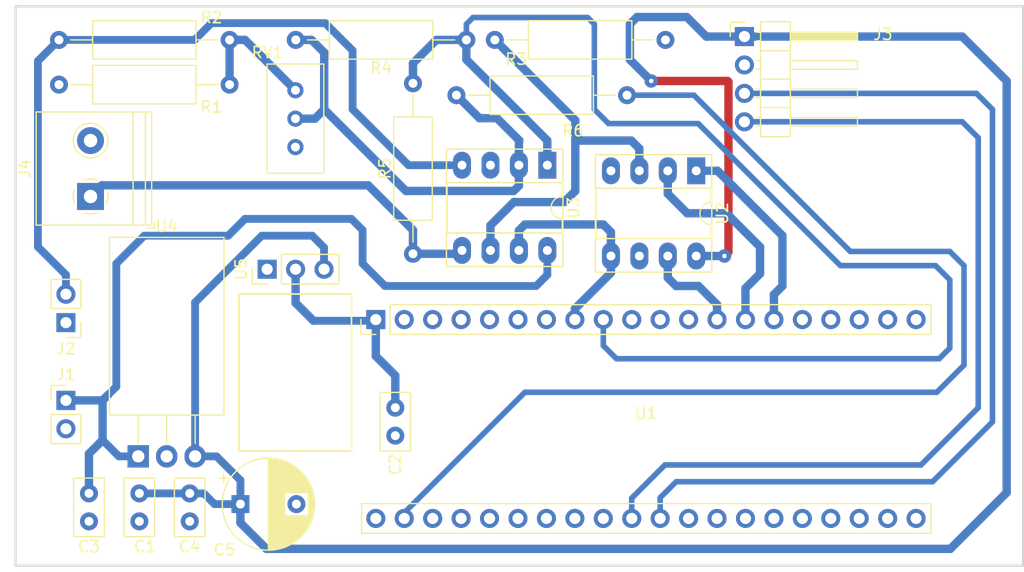
<source format=kicad_pcb>
(kicad_pcb (version 20211014) (generator pcbnew)
  (layers (0 "F.Cu" signal) (31 "B.Cu" signal) (34 "B.Paste" user) (35 "F.Paste" user) (36 "B.SilkS" user "B.Silkscreen") (37 "F.SilkS" user "F.Silkscreen") (38 "B.Mask" user) (39 "F.Mask" user) (44 "Edge.Cuts" user))
  (net 0 "")
  (net 1 "+BATT")
  (net 2 "GND")
  (net 3 "Net-(R1-Pad2)")
  (net 4 "+5V")
  (net 5 "+3.3V")
  (net 6 "-BATT")
  (net 7 "/RX")
  (net 8 "/TX")
  (net 9 "/generated_signal")
  (net 10 "Net-(R3-Pad1)")
  (net 11 "/V_DAC")
  (net 12 "/Signal_i")
  (net 13 "/POT+")
  (net 35 "/POT_U{slash}D")
  (net 36 "/POT_INC")
  (net 37 "/POT_CS")
  (net 41 "/POT_V")
  (footprint "Capacitor_THT:CP_Radial_D8.0mm_P5.00mm" (layer "F.Cu") (at 44.587349 64.5)
    (fp_text reference "C5" (at -1.407349 4.08) (layer "F.SilkS"))
    (fp_text value "100u")
    (pad "1" thru_hole rect (at 0 0) (size 1.6 1.6) (drill 0.8) (layers *.Cu *.Mask) (net 4 "+5V"))
    (pad "2" thru_hole circle (at 5 0) (size 1.6 1.6) (drill 0.8) (layers *.Cu *.Mask) (net 2 "GND"))
  )
  (footprint "Connector_PinHeader_2.54mm:PinHeader_1x02_P2.54mm_Vertical" (layer "F.Cu") (at 29 55.225)
    (fp_text reference "J1" (at 0 -2.33) (layer "F.SilkS"))
    (fp_text value "Batt1")
    (pad "1" thru_hole rect (at 0 0) (size 1.7 1.7) (drill 1) (layers *.Cu *.Mask) (net 1 "+BATT"))
    (pad "2" thru_hole oval (at 0 2.54) (size 1.7 1.7) (drill 1) (layers *.Cu *.Mask) (net 2 "GND"))
  )
  (footprint "Capacitor_THT:C_Disc_D5.0mm_W2.5mm_P2.50mm" (layer "F.Cu") (at 35.56 63.54 -90)
    (fp_text reference "C1" (at 4.75 -0.5 180) (layer "F.SilkS"))
    (fp_text value "100n")
    (pad "1" thru_hole circle (at 0 0 270) (size 1.6 1.6) (drill 0.8) (layers *.Cu *.Mask) (net 4 "+5V"))
    (pad "2" thru_hole circle (at 2.5 0 270) (size 1.6 1.6) (drill 0.8) (layers *.Cu *.Mask) (net 2 "GND"))
  )
  (footprint "Potentiometer_THT:Potentiometer_Bourns_3386C_Horizontal" (layer "F.Cu") (at 49.5 27.5)
    (fp_text reference "RV1" (at -2.51 -3.37) (layer "F.SilkS"))
    (fp_text value "50k")
    (pad "1" thru_hole circle (at 0 0) (size 1.44 1.44) (drill 0.8) (layers *.Cu *.Mask) (net 3 "Net-(R1-Pad2)"))
    (pad "2" thru_hole circle (at 0 2.54) (size 1.44 1.44) (drill 0.8) (layers *.Cu *.Mask) (net 10 "Net-(R3-Pad1)"))
    (pad "3" thru_hole circle (at 0 5.08) (size 1.44 1.44) (drill 0.8) (layers *.Cu *.Mask) (net 2 "GND"))
  )
  (footprint "TerminalBlock_Philmore:TerminalBlock_Philmore_TB132_1x02_P5.00mm_Horizontal" (layer "F.Cu") (at 31.2 37 90)
    (fp_text reference "J4" (at 2.5 -5.86 90) (layer "F.SilkS"))
    (fp_text value "Load_terminal")
    (pad "1" thru_hole rect (at 0 0 90) (size 2.4 2.4) (drill 1.2) (layers *.Cu *.Mask) (net 9 "/generated_signal"))
    (pad "2" thru_hole circle (at 5 0 90) (size 2.4 2.4) (drill 1.2) (layers *.Cu *.Mask) (net 2 "GND"))
  )
  (footprint "Resistor_THT:R_Axial_DIN0309_L9.0mm_D3.2mm_P15.24mm_Horizontal" (layer "F.Cu") (at 60 26.88 -90)
    (fp_text reference "R5" (at 7.62 2.5 90) (layer "F.SilkS"))
    (fp_text value "560")
    (pad "1" thru_hole circle (at 0 0 270) (size 1.6 1.6) (drill 0.8) (layers *.Cu *.Mask) (net 12 "/Signal_i"))
    (pad "2" thru_hole oval (at 15.24 0 270) (size 1.6 1.6) (drill 0.8) (layers *.Cu *.Mask) (net 9 "/generated_signal"))
  )
  (footprint "RLC_meter:LPC845" (layer "F.Cu") (at 80.81 56.89)
    (fp_text reference "U1" (at 0 -0.5 unlocked) (layer "F.SilkS"))
    (fp_text value "LPC845")
    (pad "1" thru_hole circle (at -24.13 8.89 90) (size 1.7 1.7) (drill 1) (layers *.Cu *.Mask))
    (pad "2" thru_hole oval (at -21.59 8.89 90) (size 1.7 1.7) (drill 1) (layers *.Cu *.Mask) (net 11 "/V_DAC"))
    (pad "3" thru_hole oval (at -19.05 8.89 90) (size 1.7 1.7) (drill 1) (layers *.Cu *.Mask))
    (pad "4" thru_hole oval (at -16.51 8.89 90) (size 1.7 1.7) (drill 1) (layers *.Cu *.Mask))
    (pad "5" thru_hole oval (at -13.97 8.89 90) (size 1.7 1.7) (drill 1) (layers *.Cu *.Mask))
    (pad "6" thru_hole oval (at -11.43 8.89 90) (size 1.7 1.7) (drill 1) (layers *.Cu *.Mask))
    (pad "7" thru_hole oval (at -8.89 8.89 90) (size 1.7 1.7) (drill 1) (layers *.Cu *.Mask))
    (pad "8" thru_hole oval (at -6.35 8.89 90) (size 1.7 1.7) (drill 1) (layers *.Cu *.Mask))
    (pad "9" thru_hole oval (at -3.81 8.89 90) (size 1.7 1.7) (drill 1) (layers *.Cu *.Mask))
    (pad "10" thru_hole oval (at -1.27 8.89 90) (size 1.7 1.7) (drill 1) (layers *.Cu *.Mask) (net 8 "/TX"))
    (pad "11" thru_hole oval (at 1.27 8.89 90) (size 1.7 1.7) (drill 1) (layers *.Cu *.Mask) (net 7 "/RX"))
    (pad "12" thru_hole oval (at 3.81 8.89 90) (size 1.7 1.7) (drill 1) (layers *.Cu *.Mask))
    (pad "13" thru_hole oval (at 6.35 8.89 90) (size 1.7 1.7) (drill 1) (layers *.Cu *.Mask))
    (pad "14" thru_hole oval (at 8.89 8.89 90) (size 1.7 1.7) (drill 1) (layers *.Cu *.Mask))
    (pad "15" thru_hole oval (at 11.43 8.89 90) (size 1.7 1.7) (drill 1) (layers *.Cu *.Mask))
    (pad "16" thru_hole oval (at 13.97 8.89 90) (size 1.7 1.7) (drill 1) (layers *.Cu *.Mask))
    (pad "17" thru_hole oval (at 16.51 8.89 90) (size 1.7 1.7) (drill 1) (layers *.Cu *.Mask))
    (pad "18" thru_hole oval (at 19.05 8.89 90) (size 1.7 1.7) (drill 1) (layers *.Cu *.Mask))
    (pad "19" thru_hole oval (at 21.59 8.89 90) (size 1.7 1.7) (drill 1) (layers *.Cu *.Mask))
    (pad "20" thru_hole oval (at 24.13 8.89 90) (size 1.7 1.7) (drill 1) (layers *.Cu *.Mask) (net 2 "GND"))
    (pad "21" thru_hole oval (at 24.13 -8.89 90) (size 1.7 1.7) (drill 1) (layers *.Cu *.Mask))
    (pad "22" thru_hole oval (at 21.59 -8.89 90) (size 1.7 1.7) (drill 1) (layers *.Cu *.Mask))
    (pad "23" thru_hole oval (at 19.05 -8.89 90) (size 1.7 1.7) (drill 1) (layers *.Cu *.Mask))
    (pad "24" thru_hole oval (at 16.51 -8.89 90) (size 1.7 1.7) (drill 1) (layers *.Cu *.Mask))
    (pad "25" thru_hole oval (at 13.97 -8.89 90) (size 1.7 1.7) (drill 1) (layers *.Cu *.Mask))
    (pad "26" thru_hole oval (at 11.43 -8.89 90) (size 1.7 1.7) (drill 1) (layers *.Cu *.Mask) (net 36 "/POT_INC"))
    (pad "27" thru_hole oval (at 8.89 -8.89 90) (size 1.7 1.7) (drill 1) (layers *.Cu *.Mask) (net 35 "/POT_U{slash}D"))
    (pad "28" thru_hole oval (at 6.35 -8.89 90) (size 1.7 1.7) (drill 1) (layers *.Cu *.Mask) (net 37 "/POT_CS"))
    (pad "29" thru_hole oval (at 3.81 -8.89 90) (size 1.7 1.7) (drill 1) (layers *.Cu *.Mask))
    (pad "30" thru_hole oval (at 1.27 -8.89 90) (size 1.7 1.7) (drill 1) (layers *.Cu *.Mask))
    (pad "31" thru_hole oval (at -1.27 -8.89 90) (size 1.7 1.7) (drill 1) (layers *.Cu *.Mask))
    (pad "32" thru_hole oval (at -3.81 -8.89 90) (size 1.7 1.7) (drill 1) (layers *.Cu *.Mask) (net 12 "/Signal_i"))
    (pad "33" thru_hole oval (at -6.35 -8.89 90) (size 1.7 1.7) (drill 1) (layers *.Cu *.Mask) (net 41 "/POT_V"))
    (pad "34" thru_hole oval (at -8.89 -8.89 90) (size 1.7 1.7) (drill 1) (layers *.Cu *.Mask))
    (pad "35" thru_hole oval (at -11.43 -8.89 90) (size 1.7 1.7) (drill 1) (layers *.Cu *.Mask))
    (pad "36" thru_hole oval (at -13.97 -8.89 90) (size 1.7 1.7) (drill 1) (layers *.Cu *.Mask))
    (pad "37" thru_hole oval (at -16.51 -8.89 90) (size 1.7 1.7) (drill 1) (layers *.Cu *.Mask))
    (pad "38" thru_hole oval (at -19.05 -8.89 90) (size 1.7 1.7) (drill 1) (layers *.Cu *.Mask))
    (pad "39" thru_hole oval (at -21.59 -8.89 90) (size 1.7 1.7) (drill 1) (layers *.Cu *.Mask))
    (pad "40" thru_hole rect (at -24.13 -8.89 90) (size 1.7 1.7) (drill 1) (layers *.Cu *.Mask) (net 5 "+3.3V"))
  )
  (footprint "Connector_PinHeader_2.54mm:PinHeader_1x04_P2.54mm_Horizontal" (layer "F.Cu") (at 89.605 22.7)
    (fp_text reference "J3" (at 12.375 -0.2) (layer "F.SilkS"))
    (fp_text value "HC05")
    (pad "1" thru_hole rect (at 0 0) (size 1.7 1.7) (drill 1) (layers *.Cu *.Mask) (net 4 "+5V"))
    (pad "2" thru_hole oval (at 0 2.54) (size 1.7 1.7) (drill 1) (layers *.Cu *.Mask) (net 2 "GND"))
    (pad "3" thru_hole oval (at 0 5.08) (size 1.7 1.7) (drill 1) (layers *.Cu *.Mask) (net 7 "/RX"))
    (pad "4" thru_hole oval (at 0 7.62) (size 1.7 1.7) (drill 1) (layers *.Cu *.Mask) (net 8 "/TX"))
  )
  (footprint "Package_DIP:DIP-8_W7.62mm_Socket_LongPads" (layer "F.Cu") (at 85.3 34.7 -90)
    (fp_text reference "U2" (at 3.81 -2.33 90) (layer "F.SilkS"))
    (fp_text value "X9Cxxx")
    (pad "1" thru_hole rect (at 0 0 270) (size 2.4 1.6) (drill 0.8) (layers *.Cu *.Mask) (net 36 "/POT_INC"))
    (pad "2" thru_hole oval (at 0 2.54 270) (size 2.4 1.6) (drill 0.8) (layers *.Cu *.Mask) (net 35 "/POT_U{slash}D"))
    (pad "3" thru_hole oval (at 0 5.08 270) (size 2.4 1.6) (drill 0.8) (layers *.Cu *.Mask) (net 13 "/POT+"))
    (pad "4" thru_hole oval (at 0 7.62 270) (size 2.4 1.6) (drill 0.8) (layers *.Cu *.Mask) (net 2 "GND"))
    (pad "5" thru_hole oval (at 7.62 7.62 270) (size 2.4 1.6) (drill 0.8) (layers *.Cu *.Mask) (net 41 "/POT_V"))
    (pad "6" thru_hole oval (at 7.62 5.08 270) (size 2.4 1.6) (drill 0.8) (layers *.Cu *.Mask) (net 2 "GND"))
    (pad "7" thru_hole oval (at 7.62 2.54 270) (size 2.4 1.6) (drill 0.8) (layers *.Cu *.Mask) (net 37 "/POT_CS"))
    (pad "8" thru_hole oval (at 7.62 0 270) (size 2.4 1.6) (drill 0.8) (layers *.Cu *.Mask) (net 4 "+5V"))
  )
  (footprint "Resistor_THT:R_Axial_DIN0309_L9.0mm_D3.2mm_P15.24mm_Horizontal" (layer "F.Cu") (at 82.55 23 180)
    (fp_text reference "R6" (at 8.255 -8.115) (layer "F.SilkS"))
    (fp_text value "560")
    (pad "1" thru_hole circle (at 0 0 180) (size 1.6 1.6) (drill 0.8) (layers *.Cu *.Mask) (net 2 "GND"))
    (pad "2" thru_hole oval (at 15.24 0 180) (size 1.6 1.6) (drill 0.8) (layers *.Cu *.Mask) (net 13 "/POT+"))
  )
  (footprint "Resistor_THT:R_Axial_DIN0309_L9.0mm_D3.2mm_P15.24mm_Horizontal" (layer "F.Cu") (at 28.38 27)
    (fp_text reference "R1" (at 13.62 2) (layer "F.SilkS"))
    (fp_text value "150k")
    (pad "1" thru_hole circle (at 0 0) (size 1.6 1.6) (drill 0.8) (layers *.Cu *.Mask) (net 2 "GND"))
    (pad "2" thru_hole oval (at 15.24 0) (size 1.6 1.6) (drill 0.8) (layers *.Cu *.Mask) (net 3 "Net-(R1-Pad2)"))
  )
  (footprint "Resistor_THT:R_Axial_DIN0309_L9.0mm_D3.2mm_P15.24mm_Horizontal" (layer "F.Cu") (at 43.62 23 180)
    (fp_text reference "R2" (at 1.62 2) (layer "F.SilkS"))
    (fp_text value "220k")
    (pad "1" thru_hole circle (at 0 0 180) (size 1.6 1.6) (drill 0.8) (layers *.Cu *.Mask) (net 3 "Net-(R1-Pad2)"))
    (pad "2" thru_hole oval (at 15.24 0 180) (size 1.6 1.6) (drill 0.8) (layers *.Cu *.Mask) (net 6 "-BATT"))
  )
  (footprint "Connector_PinHeader_2.54mm:PinHeader_1x02_P2.54mm_Vertical" (layer "F.Cu") (at 29 48.275 180)
    (fp_text reference "J2" (at 0 -2.33) (layer "F.SilkS"))
    (fp_text value "Batt2")
    (pad "1" thru_hole rect (at 0 0 180) (size 1.7 1.7) (drill 1) (layers *.Cu *.Mask) (net 2 "GND"))
    (pad "2" thru_hole oval (at 0 2.54 180) (size 1.7 1.7) (drill 1) (layers *.Cu *.Mask) (net 6 "-BATT"))
  )
  (footprint "Resistor_THT:R_Axial_DIN0309_L9.0mm_D3.2mm_P15.24mm_Horizontal" (layer "F.Cu") (at 49.53 23)
    (fp_text reference "R4" (at 7.62 2.5) (layer "F.SilkS"))
    (fp_text value "100k")
    (pad "1" thru_hole circle (at 0 0) (size 1.6 1.6) (drill 0.8) (layers *.Cu *.Mask) (net 10 "Net-(R3-Pad1)"))
    (pad "2" thru_hole oval (at 15.24 0) (size 1.6 1.6) (drill 0.8) (layers *.Cu *.Mask) (net 12 "/Signal_i"))
  )
  (footprint "Resistor_THT:R_Axial_DIN0309_L9.0mm_D3.2mm_P15.24mm_Horizontal" (layer "F.Cu") (at 63.88 27.94)
    (fp_text reference "R3" (at 5.335 -3.22) (layer "F.SilkS"))
    (fp_text value "100k")
    (pad "1" thru_hole circle (at 0 0) (size 1.6 1.6) (drill 0.8) (layers *.Cu *.Mask) (net 10 "Net-(R3-Pad1)"))
    (pad "2" thru_hole oval (at 15.24 0) (size 1.6 1.6) (drill 0.8) (layers *.Cu *.Mask) (net 11 "/V_DAC"))
  )
  (footprint "Capacitor_THT:C_Disc_D5.0mm_W2.5mm_P2.50mm" (layer "F.Cu") (at 31.06 63.54 -90)
    (fp_text reference "C3" (at 4.75 0 180) (layer "F.SilkS"))
    (fp_text value "100n")
    (pad "1" thru_hole circle (at 0 0 270) (size 1.6 1.6) (drill 0.8) (layers *.Cu *.Mask) (net 1 "+BATT"))
    (pad "2" thru_hole circle (at 2.5 0 270) (size 1.6 1.6) (drill 0.8) (layers *.Cu *.Mask) (net 2 "GND"))
  )
  (footprint "Package_DIP:DIP-8_W7.62mm_Socket_LongPads" (layer "F.Cu") (at 72 34.2 -90)
    (fp_text reference "U3" (at 3.81 -2.33 90) (layer "F.SilkS"))
    (fp_text value "MC33202")
    (pad "1" thru_hole rect (at 0 0 270) (size 2.4 1.6) (drill 0.8) (layers *.Cu *.Mask) (net 12 "/Signal_i"))
    (pad "2" thru_hole oval (at 0 2.54 270) (size 2.4 1.6) (drill 0.8) (layers *.Cu *.Mask) (net 10 "Net-(R3-Pad1)"))
    (pad "3" thru_hole oval (at 0 5.08 270) (size 2.4 1.6) (drill 0.8) (layers *.Cu *.Mask) (net 2 "GND"))
    (pad "4" thru_hole oval (at 0 7.62 270) (size 2.4 1.6) (drill 0.8) (layers *.Cu *.Mask) (net 6 "-BATT"))
    (pad "5" thru_hole oval (at 7.62 7.62 270) (size 2.4 1.6) (drill 0.8) (layers *.Cu *.Mask) (net 9 "/generated_signal"))
    (pad "6" thru_hole oval (at 7.62 5.08 270) (size 2.4 1.6) (drill 0.8) (layers *.Cu *.Mask) (net 13 "/POT+"))
    (pad "7" thru_hole oval (at 7.62 2.54 270) (size 2.4 1.6) (drill 0.8) (layers *.Cu *.Mask) (net 41 "/POT_V"))
    (pad "8" thru_hole oval (at 7.62 0 270) (size 2.4 1.6) (drill 0.8) (layers *.Cu *.Mask) (net 1 "+BATT"))
  )
  (footprint "Capacitor_THT:C_Disc_D5.0mm_W2.5mm_P2.50mm" (layer "F.Cu") (at 40.06 63.54 -90)
    (fp_text reference "C4" (at 4.75 0 180) (layer "F.SilkS"))
    (fp_text value "100n")
    (pad "1" thru_hole circle (at 0 0 270) (size 1.6 1.6) (drill 0.8) (layers *.Cu *.Mask) (net 4 "+5V"))
    (pad "2" thru_hole circle (at 2.5 0 270) (size 1.6 1.6) (drill 0.8) (layers *.Cu *.Mask) (net 2 "GND"))
  )
  (footprint "Package_TO_SOT_THT:TO-220-3_Horizontal_TabDown" (layer "F.Cu") (at 35.46 60.23)
    (fp_text reference "U4" (at 2.54 -20.58) (layer "F.SilkS"))
    (fp_text value "L7805")
    (pad "" np_thru_hole oval (at 2.54 -16.66) (size 3.5 3.5) (drill 3.5) (layers *.Cu *.Mask))
    (pad "1" thru_hole rect (at 0 0) (size 1.905 2) (drill 1.1) (layers *.Cu *.Mask) (net 1 "+BATT"))
    (pad "2" thru_hole oval (at 2.54 0) (size 1.905 2) (drill 1.1) (layers *.Cu *.Mask) (net 2 "GND"))
    (pad "3" thru_hole oval (at 5.08 0) (size 1.905 2) (drill 1.1) (layers *.Cu *.Mask) (net 4 "+5V"))
  )
  (footprint "Capacitor_THT:C_Disc_D5.0mm_W2.5mm_P2.50mm" (layer "F.Cu") (at 58.42 55.88 -90)
    (fp_text reference "C2" (at 5.08 0 90) (layer "F.SilkS"))
    (fp_text value "100n")
    (pad "1" thru_hole circle (at 0 0 270) (size 1.6 1.6) (drill 0.8) (layers *.Cu *.Mask) (net 5 "+3.3V"))
    (pad "2" thru_hole circle (at 2.5 0 270) (size 1.6 1.6) (drill 0.8) (layers *.Cu *.Mask) (net 2 "GND"))
  )
  (footprint "Connector_PinHeader_2.54mm:PinHeader_1x03_P2.54mm_Vertical" (layer "F.Cu") (at 46.975 43.5 90)
    (fp_text reference "U5" (at 0 -2.33 90) (layer "F.SilkS"))
    (fp_text value "AMS1117-3.3")
    (pad "1" thru_hole rect (at 0 0 90) (size 1.7 1.7) (drill 1) (layers *.Cu *.Mask) (net 2 "GND"))
    (pad "2" thru_hole oval (at 0 2.54 90) (size 1.7 1.7) (drill 1) (layers *.Cu *.Mask) (net 5 "+3.3V"))
    (pad "3" thru_hole oval (at 0 5.08 90) (size 1.7 1.7) (drill 1) (layers *.Cu *.Mask) (net 4 "+5V"))
  )
  (gr_rect (start 44.45 45.72) (end 54.51 59.75) (layer "F.SilkS") (width 0.15) (fill none))
  (gr_line (start 114.5 20) (end 24.5 20) (layer "Edge.Cuts") (width 0.2))
  (gr_line (start 24.5 20) (end 24.5 70) (layer "Edge.Cuts") (width 0.2))
  (gr_line (start 114.5 70) (end 114.5 20) (layer "Edge.Cuts") (width 0.2))
  (gr_line (start 24.5 70) (end 114.5 70) (layer "Edge.Cuts") (width 0.2))
  (segment (start 54.5 39) (end 45 39) (width 0.7) (layer "B.Cu") (net 1))
  (segment (start 33.5 43) (end 33.5 54) (width 0.7) (layer "B.Cu") (net 1))
  (segment (start 32.275 58.775) (end 31.06 59.99) (width 0.75) (layer "B.Cu") (net 1))
  (segment (start 32.275 55.225) (end 32.775 54.725) (width 0.75) (layer "B.Cu") (net 1))
  (segment (start 36 40.5) (end 33.5 43) (width 0.7) (layer "B.Cu") (net 1))
  (segment (start 55.5 43) (end 55.5 40) (width 0.7) (layer "B.Cu") (net 1))
  (segment (start 57.5 45) (end 55.5 43) (width 0.7) (layer "B.Cu") (net 1))
  (segment (start 31.06 59.99) (end 31.06 63.54) (width 0.75) (layer "B.Cu") (net 1))
  (segment (start 45 39) (end 43.5 40.5) (width 0.7) (layer "B.Cu") (net 1))
  (segment (start 55.5 40) (end 54.5 39) (width 0.7) (layer "B.Cu") (net 1))
  (segment (start 71 45) (end 57.5 45) (width 0.7) (layer "B.Cu") (net 1))
  (segment (start 32.5 55) (end 32.275 55.225) (width 0.75) (layer "B.Cu") (net 1))
  (segment (start 43.5 40.5) (end 36 40.5) (width 0.7) (layer "B.Cu") (net 1))
  (segment (start 33.73 60.23) (end 32.275 58.775) (width 0.7) (layer "B.Cu") (net 1))
  (segment (start 33.73 60.23) (end 35.46 60.23) (width 0.7) (layer "B.Cu") (net 1))
  (segment (start 33.5 54) (end 32.775 54.725) (width 0.7) (layer "B.Cu") (net 1))
  (segment (start 29 55.225) (end 32.275 55.225) (width 0.75) (layer "B.Cu") (net 1))
  (segment (start 32.275 55.225) (end 32.275 58.775) (width 0.75) (layer "B.Cu") (net 1))
  (segment (start 72 43.12) (end 72 44) (width 0.7) (layer "B.Cu") (net 1))
  (segment (start 72 44) (end 71 45) (width 0.7) (layer "B.Cu") (net 1))
  (segment (start 43.62 23) (end 45 23) (width 0.75) (layer "B.Cu") (net 3))
  (segment (start 43.62 27) (end 43.62 23) (width 0.75) (layer "B.Cu") (net 3))
  (segment (start 45 23) (end 49.5 27.5) (width 0.75) (layer "B.Cu") (net 3))
  (segment (start 87.82 42.32) (end 88.18 41.96) (width 0.75) (layer "F.Cu") (net 4))
  (segment (start 88.18 26.755) (end 88.095 26.67) (width 0.75) (layer "F.Cu") (net 4))
  (segment (start 88.095 26.67) (end 81.28 26.67) (width 0.75) (layer "F.Cu") (net 4))
  (segment (start 88.18 41.96) (end 88.18 26.755) (width 0.75) (layer "F.Cu") (net 4))
  (via (at 81.28 26.67) (size 1.2) (drill 0.4) (layers "F.Cu" "B.Cu") (net 4))
  (via (at 87.82 42.32) (size 1.2) (drill 0.4) (layers "F.Cu" "B.Cu") (net 4))
  (segment (start 40.54 60.23) (end 40.54 46.46) (width 0.7) (layer "B.Cu") (net 4))
  (segment (start 35.56 63.54) (end 41.31 63.54) (width 0.7) (layer "B.Cu") (net 4))
  (segment (start 41.31 63.54) (end 42.27 64.5) (width 0.7) (layer "B.Cu") (net 4))
  (segment (start 79.375 21.59) (end 80.01 20.955) (width 0.75) (layer "B.Cu") (net 4))
  (segment (start 109.06 22.7) (end 113.03 26.67) (width 0.75) (layer "B.Cu") (net 4))
  (segment (start 42.27 64.5) (end 44.587349 64.5) (width 0.7) (layer "B.Cu") (net 4))
  (segment (start 52.055 41.555) (end 52.055 43.5) (width 0.7) (layer "B.Cu") (net 4))
  (segment (start 40.54 46.46) (end 46.5 40.5) (width 0.7) (layer "B.Cu") (net 4))
  (segment (start 42.45 60.23) (end 40.54 60.23) (width 0.7) (layer "B.Cu") (net 4))
  (segment (start 81.28 26.67) (end 79.375 24.765) (width 0.75) (layer "B.Cu") (net 4))
  (segment (start 51 40.5) (end 52.055 41.555) (width 0.7) (layer "B.Cu") (net 4))
  (segment (start 42.45 60.23) (end 44.587349 62.367349) (width 0.7) (layer "B.Cu") (net 4))
  (segment (start 44.587349 62.367349) (end 44.587349 64.5) (width 0.7) (layer "B.Cu") (net 4))
  (segment (start 108 68.5) (end 46.91 68.5) (width 0.75) (layer "B.Cu") (net 4))
  (segment (start 113.03 26.67) (end 113.03 63.47) (width 0.75) (layer "B.Cu") (net 4))
  (segment (start 86.2 22.7) (end 109.06 22.7) (width 0.75) (layer "B.Cu") (net 4))
  (segment (start 113.03 63.47) (end 108 68.5) (width 0.75) (layer "B.Cu") (net 4))
  (segment (start 84.455 20.955) (end 86.2 22.7) (width 0.75) (layer "B.Cu") (net 4))
  (segment (start 46.5 40.5) (end 51 40.5) (width 0.7) (layer "B.Cu") (net 4))
  (segment (start 46.91 68.5) (end 44.587349 66.177349) (width 0.75) (layer "B.Cu") (net 4))
  (segment (start 87.82 42.32) (end 85.3 42.32) (width 0.75) (layer "B.Cu") (net 4))
  (segment (start 44.587349 66.177349) (end 44.587349 64.5) (width 0.75) (layer "B.Cu") (net 4))
  (segment (start 79.375 24.765) (end 79.375 21.59) (width 0.75) (layer "B.Cu") (net 4))
  (segment (start 80.01 20.955) (end 84.455 20.955) (width 0.75) (layer "B.Cu") (net 4))
  (segment (start 49.515 45.985) (end 49.515 43.5) (width 0.75) (layer "B.Cu") (net 5))
  (segment (start 51.11 48.11) (end 56.57 48.11) (width 0.7) (layer "B.Cu") (net 5))
  (segment (start 49.515 45.985) (end 49.515 46.515) (width 0.75) (layer "B.Cu") (net 5))
  (segment (start 56.68 51.27) (end 58.42 53.01) (width 0.75) (layer "B.Cu") (net 5))
  (segment (start 56.57 48.11) (end 56.68 48) (width 0.7) (layer "B.Cu") (net 5))
  (segment (start 56.68 51.27) (end 56.68 48) (width 0.75) (layer "B.Cu") (net 5))
  (segment (start 58.42 53.01) (end 58.42 55.88) (width 0.75) (layer "B.Cu") (net 5))
  (segment (start 49.515 46.515) (end 51.11 48.11) (width 0.75) (layer "B.Cu") (net 5))
  (segment (start 42 21.5) (end 52.16 21.5) (width 0.7) (layer "B.Cu") (net 6))
  (segment (start 29 44) (end 26.5 41.5) (width 0.7) (layer "B.Cu") (net 6))
  (segment (start 28.38 23) (end 40.5 23) (width 0.7) (layer "B.Cu") (net 6))
  (segment (start 52.16 21.5) (end 54.61 23.95) (width 0.7) (layer "B.Cu") (net 6))
  (segment (start 29 45.735) (end 29 44) (width 0.7) (layer "B.Cu") (net 6))
  (segment (start 54.61 29.21) (end 59.6 34.2) (width 0.7) (layer "B.Cu") (net 6))
  (segment (start 40.5 23) (end 42 21.5) (width 0.7) (layer "B.Cu") (net 6))
  (segment (start 54.61 23.95) (end 54.61 29.21) (width 0.7) (layer "B.Cu") (net 6))
  (segment (start 26.5 24.88) (end 28.38 23) (width 0.7) (layer "B.Cu") (net 6))
  (segment (start 26.5 41.5) (end 26.5 24.88) (width 0.7) (layer "B.Cu") (net 6))
  (segment (start 59.6 34.2) (end 64.38 34.2) (width 0.7) (layer "B.Cu") (net 6))
  (segment (start 82.08 65.78) (end 82.08 63.92) (width 0.5) (layer "B.Cu") (net 7))
  (segment (start 82.08 63.92) (end 83.5 62.5) (width 0.5) (layer "B.Cu") (net 7))
  (segment (start 111.76 29.21) (end 110.33 27.78) (width 0.5) (layer "B.Cu") (net 7))
  (segment (start 111.76 57.15) (end 111.76 29.21) (width 0.5) (layer "B.Cu") (net 7))
  (segment (start 110.33 27.78) (end 89.605 27.78) (width 0.5) (layer "B.Cu") (net 7))
  (segment (start 83.5 62.5) (end 106.41 62.5) (width 0.5) (layer "B.Cu") (net 7))
  (segment (start 106.41 62.5) (end 111.76 57.15) (width 0.5) (layer "B.Cu") (net 7))
  (segment (start 79.54 63.96) (end 79.54 65.78) (width 0.5) (layer "B.Cu") (net 8))
  (segment (start 110.49 31.75) (end 110.49 55.88) (width 0.5) (layer "B.Cu") (net 8))
  (segment (start 89.605 30.32) (end 109.06 30.32) (width 0.5) (layer "B.Cu") (net 8))
  (segment (start 105.37 61) (end 82.5 61) (width 0.5) (layer "B.Cu") (net 8))
  (segment (start 110.49 55.88) (end 105.37 61) (width 0.5) (layer "B.Cu") (net 8))
  (segment (start 82.5 61) (end 79.54 63.96) (width 0.5) (layer "B.Cu") (net 8))
  (segment (start 109.06 30.32) (end 110.49 31.75) (width 0.5) (layer "B.Cu") (net 8))
  (segment (start 60 40) (end 56 36) (width 0.75) (layer "B.Cu") (net 9))
  (segment (start 60 42.12) (end 64.08 42.12) (width 0.75) (layer "B.Cu") (net 9))
  (segment (start 64.08 42.12) (end 64.38 41.82) (width 0.75) (layer "B.Cu") (net 9))
  (segment (start 56 36) (end 32.2 36) (width 0.75) (layer "B.Cu") (net 9))
  (segment (start 60 42.12) (end 60 40) (width 0.75) (layer "B.Cu") (net 9))
  (segment (start 32.2 36) (end 31.2 37) (width 0.75) (layer "B.Cu") (net 9))
  (segment (start 65.94 30) (end 67.5 30) (width 0.75) (layer "B.Cu") (net 10))
  (segment (start 52.07 29.21) (end 52.07 24.13) (width 0.75) (layer "B.Cu") (net 10))
  (segment (start 69 36.5) (end 69.46 36.04) (width 0.75) (layer "B.Cu") (net 10))
  (segment (start 49.5 30.04) (end 51.24 30.04) (width 0.75) (layer "B.Cu") (net 10))
  (segment (start 69.46 32.04) (end 69.46 34.2) (width 0.75) (layer "B.Cu") (net 10))
  (segment (start 67.5 30) (end 69.5 32) (width 0.75) (layer "B.Cu") (net 10))
  (segment (start 50.94 23) (end 49.53 23) (width 0.75) (layer "B.Cu") (net 10))
  (segment (start 52.07 24.13) (end 50.94 23) (width 0.75) (layer "B.Cu") (net 10))
  (segment (start 59.36 36.5) (end 69 36.5) (width 0.75) (layer "B.Cu") (net 10))
  (segment (start 69.5 32) (end 69.46 32.04) (width 0.75) (layer "B.Cu") (net 10))
  (segment (start 51.24 30.04) (end 52.07 29.21) (width 0.75) (layer "B.Cu") (net 10))
  (segment (start 69.46 36.04) (end 69.46 34.2) (width 0.75) (layer "B.Cu") (net 10))
  (segment (start 63.88 27.94) (end 65.94 30) (width 0.75) (layer "B.Cu") (net 10))
  (segment (start 52.07 29.21) (end 59.36 36.5) (width 0.75) (layer "B.Cu") (net 10))
  (segment (start 109.22 43.18) (end 107.95 41.91) (width 0.5) (layer "B.Cu") (net 11))
  (segment (start 109.22 52.07) (end 109.22 43.18) (width 0.5) (layer "B.Cu") (net 11))
  (segment (start 70 54.5) (end 106.79 54.5) (width 0.5) (layer "B.Cu") (net 11))
  (segment (start 85.09 27.94) (end 79.12 27.94) (width 0.5) (layer "B.Cu") (net 11))
  (segment (start 99.06 41.91) (end 85.09 27.94) (width 0.5) (layer "B.Cu") (net 11))
  (segment (start 59.22 65.78) (end 59.22 65.28) (width 0.5) (layer "B.Cu") (net 11))
  (segment (start 107.95 41.91) (end 99.06 41.91) (width 0.5) (layer "B.Cu") (net 11))
  (segment (start 59.22 65.28) (end 70 54.5) (width 0.5) (layer "B.Cu") (net 11))
  (segment (start 106.79 54.5) (end 109.22 52.07) (width 0.5) (layer "B.Cu") (net 11))
  (segment (start 75.61 21) (end 76.2 21.59) (width 0.5) (layer "B.Cu") (net 12))
  (segment (start 64.77 21.59) (end 65.36 21) (width 0.5) (layer "B.Cu") (net 12))
  (segment (start 77.47 30.48) (end 85.48 30.48) (width 0.5) (layer "B.Cu") (net 12))
  (segment (start 64.77 23) (end 64.77 21.59) (width 0.5) (layer "B.Cu") (net 12))
  (segment (start 77 50.33) (end 77 48) (width 0.5) (layer "B.Cu") (net 12))
  (segment (start 64.77 24.765) (end 64.77 23) (width 0.75) (layer "B.Cu") (net 12))
  (segment (start 60 25.09) (end 62.09 23) (width 0.75) (layer "B.Cu") (net 12))
  (segment (start 72 31.995) (end 64.77 24.765) (width 0.75) (layer "B.Cu") (net 12))
  (segment (start 78.17 51.5) (end 77 50.33) (width 0.5) (layer "B.Cu") (net 12))
  (segment (start 65.36 21) (end 75.61 21) (width 0.5) (layer "B.Cu") (net 12))
  (segment (start 72 34.2) (end 72 31.995) (width 0.75) (layer "B.Cu") (net 12))
  (segment (start 85.48 30.48) (end 98.18 43.18) (width 0.5) (layer "B.Cu") (net 12))
  (segment (start 98.18 43.18) (end 106.68 43.18) (width 0.5) (layer "B.Cu") (net 12))
  (segment (start 106.68 43.18) (end 107.95 44.45) (width 0.5) (layer "B.Cu") (net 12))
  (segment (start 62.09 23) (end 64.77 23) (width 0.75) (layer "B.Cu") (net 12))
  (segment (start 76.2 29.21) (end 77.47 30.48) (width 0.5) (layer "B.Cu") (net 12))
  (segment (start 107.95 44.45) (end 107.95 50.55) (width 0.5) (layer "B.Cu") (net 12))
  (segment (start 76.2 21.59) (end 76.2 29.21) (width 0.5) (layer "B.Cu") (net 12))
  (segment (start 107.95 50.55) (end 107 51.5) (width 0.5) (layer "B.Cu") (net 12))
  (segment (start 60 26.88) (end 60 25.09) (width 0.75) (layer "B.Cu") (net 12))
  (segment (start 107 51.5) (end 78.17 51.5) (width 0.5) (layer "B.Cu") (net 12))
  (segment (start 74.5 30.19) (end 67.31 23) (width 0.75) (layer "B.Cu") (net 13))
  (segment (start 79.5 32) (end 80.22 32.72) (width 0.75) (layer "B.Cu") (net 13))
  (segment (start 75 32) (end 79.5 32) (width 0.75) (layer "B.Cu") (net 13))
  (segment (start 69 37.5) (end 73.5 37.5) (width 0.75) (layer "B.Cu") (net 13))
  (segment (start 73.5 37.5) (end 74.5 36.5) (width 0.75) (layer "B.Cu") (net 13))
  (segment (start 74.5 36.5) (end 74.5 31.5) (width 0.75) (layer "B.Cu") (net 13))
  (segment (start 66.92 39.58) (end 69 37.5) (width 0.75) (layer "B.Cu") (net 13))
  (segment (start 74.5 31.5) (end 74.5 30.19) (width 0.75) (layer "B.Cu") (net 13))
  (segment (start 80.22 32.72) (end 80.22 34.7) (width 0.75) (layer "B.Cu") (net 13))
  (segment (start 66.92 41.82) (end 66.92 39.58) (width 0.75) (layer "B.Cu") (net 13))
  (segment (start 74.5 31.5) (end 75 32) (width 0.75) (layer "B.Cu") (net 13))
  (segment (start 82.76 34.7) (end 82.76 36.76) (width 0.75) (layer "B.Cu") (net 35))
  (segment (start 89.7 45.2) (end 89.7 48) (width 0.75) (layer "B.Cu") (net 35))
  (segment (start 82.76 36.76) (end 84.5 38.5) (width 0.75) (layer "B.Cu") (net 35))
  (segment (start 91 41.5) (end 91 43.9) (width 0.75) (layer "B.Cu") (net 35))
  (segment (start 84.5 38.5) (end 88 38.5) (width 0.75) (layer "B.Cu") (net 35))
  (segment (start 91 43.9) (end 89.7 45.2) (width 0.75) (layer "B.Cu") (net 35))
  (segment (start 88 38.5) (end 91 41.5) (width 0.75) (layer "B.Cu") (net 35))
  (segment (start 93 40.5) (end 93 45) (width 0.75) (layer "B.Cu") (net 36))
  (segment (start 85.3 34.7) (end 87.2 34.7) (width 0.75) (layer "B.Cu") (net 36))
  (segment (start 93 45) (end 92.24 45.76) (width 0.75) (layer "B.Cu") (net 36))
  (segment (start 87.2 34.7) (end 93 40.5) (width 0.75) (layer "B.Cu") (net 36))
  (segment (start 92.24 45.76) (end 92.24 48) (width 0.75) (layer "B.Cu") (net 36))
  (segment (start 83.5 45) (end 85.5 45) (width 0.75) (layer "B.Cu") (net 37))
  (segment (start 87.16 46.66) (end 87.16 48) (width 0.75) (layer "B.Cu") (net 37))
  (segment (start 82.76 42.32) (end 82.76 44.26) (width 0.75) (layer "B.Cu") (net 37))
  (segment (start 85.5 45) (end 87.16 46.66) (width 0.75) (layer "B.Cu") (net 37))
  (segment (start 82.76 44.26) (end 83.5 45) (width 0.75) (layer "B.Cu") (net 37))
  (segment (start 69.46 41.82) (end 69.46 40.04) (width 0.75) (layer "B.Cu") (net 41))
  (segment (start 77.68 42.32) (end 77.68 43.82) (width 0.75) (layer "B.Cu") (net 41))
  (segment (start 69.46 40.04) (end 70 39.5) (width 0.75) (layer "B.Cu") (net 41))
  (segment (start 70 39.5) (end 77 39.5) (width 0.75) (layer "B.Cu") (net 41))
  (segment (start 77.68 43.82) (end 74.46 47.04) (width 0.75) (layer "B.Cu") (net 41))
  (segment (start 74.46 47.04) (end 74.46 48) (width 0.75) (layer "B.Cu") (net 41))
  (segment (start 77 39.5) (end 77.68 40.18) (width 0.75) (layer "B.Cu") (net 41))
  (segment (start 77.68 40.18) (end 77.68 42.32) (width 0.75) (layer "B.Cu") (net 41))
)
</source>
